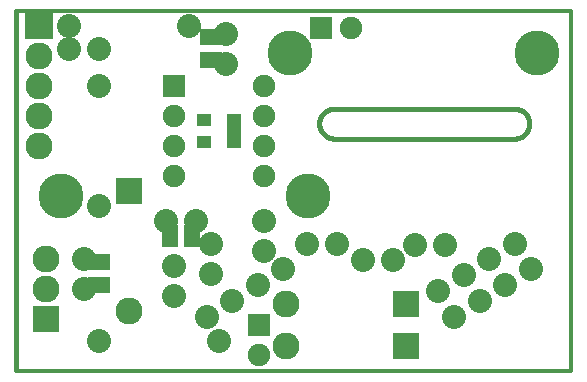
<source format=gbs>
G04 (created by PCBNEW-RS274X (20100406 SVN-R2508)-final) date 6/3/2010 10:02:15 PM*
G01*
G70*
G90*
%MOIN*%
G04 Gerber Fmt 3.4, Leading zero omitted, Abs format*
%FSLAX34Y34*%
G04 APERTURE LIST*
%ADD10C,0.006000*%
%ADD11C,0.012000*%
%ADD12C,0.015000*%
%ADD13C,0.090000*%
%ADD14R,0.090000X0.090000*%
%ADD15C,0.080000*%
%ADD16C,0.150000*%
%ADD17R,0.095000X0.090000*%
%ADD18R,0.050000X0.040000*%
%ADD19R,0.075000X0.055000*%
%ADD20R,0.055000X0.075000*%
%ADD21R,0.075000X0.075000*%
%ADD22C,0.075000*%
G04 APERTURE END LIST*
G54D10*
G54D11*
X39500Y-43250D02*
X21000Y-43250D01*
X39500Y-55250D02*
X39500Y-43250D01*
X21000Y-55250D02*
X39500Y-55250D01*
G54D12*
X21000Y-55200D02*
X21000Y-55000D01*
X31600Y-46500D02*
X31557Y-46502D01*
X31514Y-46508D01*
X31471Y-46518D01*
X31429Y-46531D01*
X31389Y-46547D01*
X31351Y-46567D01*
X31314Y-46591D01*
X31279Y-46617D01*
X31247Y-46647D01*
X31217Y-46679D01*
X31191Y-46714D01*
X31167Y-46751D01*
X31147Y-46789D01*
X31131Y-46829D01*
X31118Y-46871D01*
X31108Y-46914D01*
X31102Y-46957D01*
X31100Y-47000D01*
X31100Y-47000D02*
X31102Y-47043D01*
X31108Y-47086D01*
X31118Y-47129D01*
X31131Y-47171D01*
X31147Y-47211D01*
X31167Y-47249D01*
X31191Y-47286D01*
X31217Y-47321D01*
X31247Y-47353D01*
X31279Y-47383D01*
X31314Y-47409D01*
X31351Y-47433D01*
X31389Y-47453D01*
X31429Y-47469D01*
X31471Y-47482D01*
X31514Y-47492D01*
X31557Y-47498D01*
X31600Y-47500D01*
X37600Y-47500D02*
X37643Y-47498D01*
X37686Y-47492D01*
X37729Y-47482D01*
X37771Y-47469D01*
X37811Y-47453D01*
X37850Y-47433D01*
X37886Y-47409D01*
X37921Y-47383D01*
X37953Y-47353D01*
X37983Y-47321D01*
X38009Y-47286D01*
X38033Y-47249D01*
X38053Y-47211D01*
X38069Y-47171D01*
X38082Y-47129D01*
X38092Y-47086D01*
X38098Y-47043D01*
X38100Y-47000D01*
X38100Y-47000D02*
X38098Y-46957D01*
X38092Y-46914D01*
X38082Y-46871D01*
X38069Y-46829D01*
X38053Y-46789D01*
X38033Y-46751D01*
X38009Y-46714D01*
X37983Y-46679D01*
X37953Y-46647D01*
X37921Y-46617D01*
X37886Y-46591D01*
X37850Y-46567D01*
X37811Y-46547D01*
X37771Y-46531D01*
X37729Y-46518D01*
X37686Y-46508D01*
X37643Y-46502D01*
X37600Y-46500D01*
X31600Y-47500D02*
X37600Y-47500D01*
X37600Y-46500D02*
X31600Y-46500D01*
X21000Y-43250D02*
X21000Y-55000D01*
G54D13*
X24750Y-53250D03*
G54D14*
X24750Y-49250D03*
G54D13*
X30000Y-53000D03*
G54D14*
X34000Y-53000D03*
G54D13*
X30000Y-54400D03*
G54D14*
X34000Y-54400D03*
G54D15*
X23750Y-54250D03*
X27750Y-54250D03*
X23750Y-45750D03*
X23750Y-49750D03*
X22750Y-43750D03*
X26750Y-43750D03*
X37300Y-52375D03*
X36452Y-52905D03*
X35604Y-53435D03*
X38148Y-51845D03*
G54D16*
X38361Y-44637D03*
X30729Y-49407D03*
G54D15*
X29050Y-52375D03*
X28202Y-52905D03*
X27354Y-53435D03*
X29898Y-51845D03*
G54D16*
X30111Y-44637D03*
X22479Y-49407D03*
G54D15*
X36770Y-51527D03*
X35922Y-52057D03*
X35074Y-52587D03*
X37618Y-50997D03*
G54D16*
X38361Y-44637D03*
X30729Y-49407D03*
G54D15*
X29250Y-51250D03*
X29250Y-50250D03*
X32550Y-51550D03*
X33550Y-51550D03*
X31700Y-51000D03*
X30700Y-51000D03*
X35300Y-51050D03*
X34300Y-51050D03*
G54D17*
X21750Y-43750D03*
G54D13*
X21750Y-44750D03*
X21750Y-45740D03*
X21750Y-46760D03*
X21750Y-47750D03*
G54D18*
X28250Y-46875D03*
X28250Y-47625D03*
X27250Y-46875D03*
X28250Y-47250D03*
X27250Y-47625D03*
G54D15*
X26250Y-51750D03*
X26250Y-52750D03*
G54D19*
X23750Y-52375D03*
X23750Y-51625D03*
G54D15*
X23250Y-52500D03*
X23250Y-51500D03*
X23750Y-44500D03*
X22750Y-44500D03*
G54D20*
X26125Y-50750D03*
X26875Y-50750D03*
G54D15*
X26000Y-50250D03*
X27000Y-50250D03*
X26000Y-50250D03*
X27000Y-50250D03*
G54D19*
X27500Y-44125D03*
X27500Y-44875D03*
G54D15*
X28000Y-44000D03*
X28000Y-45000D03*
X28000Y-44000D03*
X28000Y-45000D03*
X27500Y-51000D03*
X27500Y-52000D03*
G54D21*
X26250Y-45750D03*
G54D22*
X26250Y-46750D03*
X26250Y-47750D03*
X26250Y-48750D03*
X29250Y-48750D03*
X29250Y-47750D03*
X29250Y-46750D03*
X29250Y-45750D03*
G54D13*
X22000Y-51500D03*
X22000Y-52500D03*
G54D14*
X22000Y-53500D03*
G54D21*
X31150Y-43800D03*
G54D22*
X32150Y-43800D03*
G54D21*
X29100Y-53700D03*
G54D22*
X29100Y-54700D03*
M02*

</source>
